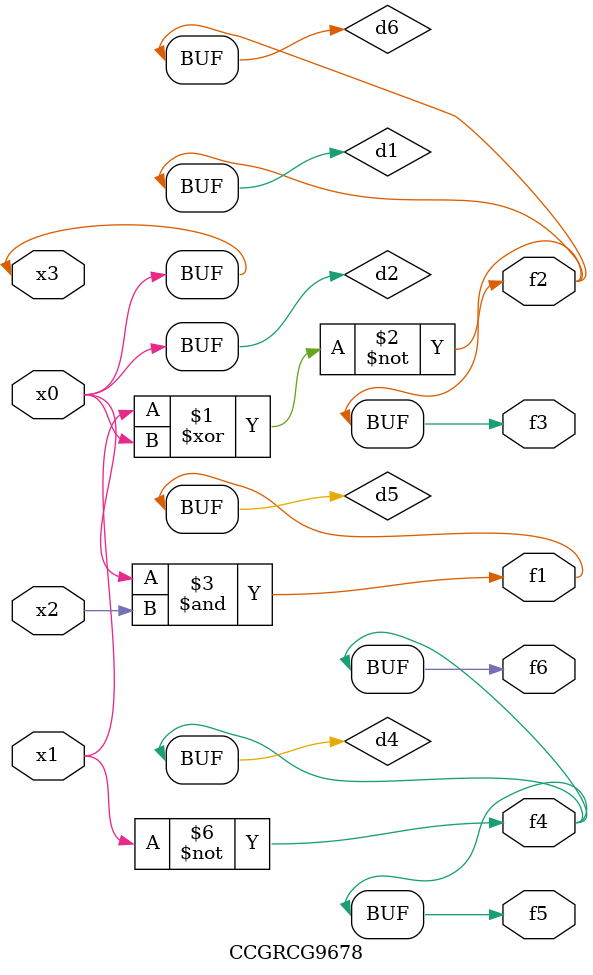
<source format=v>
module CCGRCG9678(
	input x0, x1, x2, x3,
	output f1, f2, f3, f4, f5, f6
);

	wire d1, d2, d3, d4, d5, d6;

	xnor (d1, x1, x3);
	buf (d2, x0, x3);
	nand (d3, x0, x2);
	not (d4, x1);
	nand (d5, d3);
	or (d6, d1);
	assign f1 = d5;
	assign f2 = d6;
	assign f3 = d6;
	assign f4 = d4;
	assign f5 = d4;
	assign f6 = d4;
endmodule

</source>
